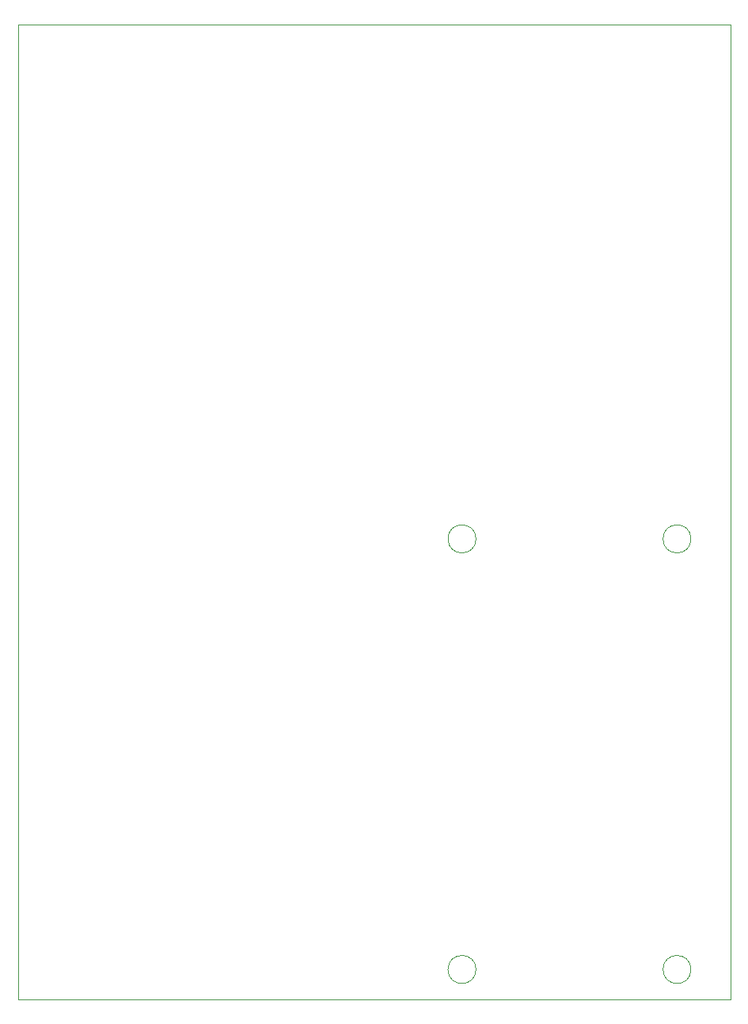
<source format=gm1>
%TF.GenerationSoftware,KiCad,Pcbnew,8.0.2*%
%TF.CreationDate,2025-12-22T10:01:20-05:00*%
%TF.ProjectId,ct4,6374342e-6b69-4636-9164-5f7063625858,rev?*%
%TF.SameCoordinates,Original*%
%TF.FileFunction,Profile,NP*%
%FSLAX46Y46*%
G04 Gerber Fmt 4.6, Leading zero omitted, Abs format (unit mm)*
G04 Created by KiCad (PCBNEW 8.0.2) date 2025-12-22 10:01:20*
%MOMM*%
%LPD*%
G01*
G04 APERTURE LIST*
%TA.AperFunction,Profile*%
%ADD10C,0.038100*%
%TD*%
%TA.AperFunction,Profile*%
%ADD11C,0.100000*%
%TD*%
G04 APERTURE END LIST*
D10*
X27940000Y-76200000D02*
X104140000Y-76200000D01*
X104140000Y-180340000D01*
X27940000Y-180340000D01*
X27940000Y-76200000D01*
D11*
%TO.C,U4*%
X76930000Y-131140000D02*
G75*
G02*
X73930000Y-131140000I-1500000J0D01*
G01*
X73930000Y-131140000D02*
G75*
G02*
X76930000Y-131140000I1500000J0D01*
G01*
X76930000Y-177140000D02*
G75*
G02*
X73930000Y-177140000I-1500000J0D01*
G01*
X73930000Y-177140000D02*
G75*
G02*
X76930000Y-177140000I1500000J0D01*
G01*
X99930000Y-131140000D02*
G75*
G02*
X96930000Y-131140000I-1500000J0D01*
G01*
X96930000Y-131140000D02*
G75*
G02*
X99930000Y-131140000I1500000J0D01*
G01*
X99930000Y-177140000D02*
G75*
G02*
X96930000Y-177140000I-1500000J0D01*
G01*
X96930000Y-177140000D02*
G75*
G02*
X99930000Y-177140000I1500000J0D01*
G01*
%TD*%
M02*

</source>
